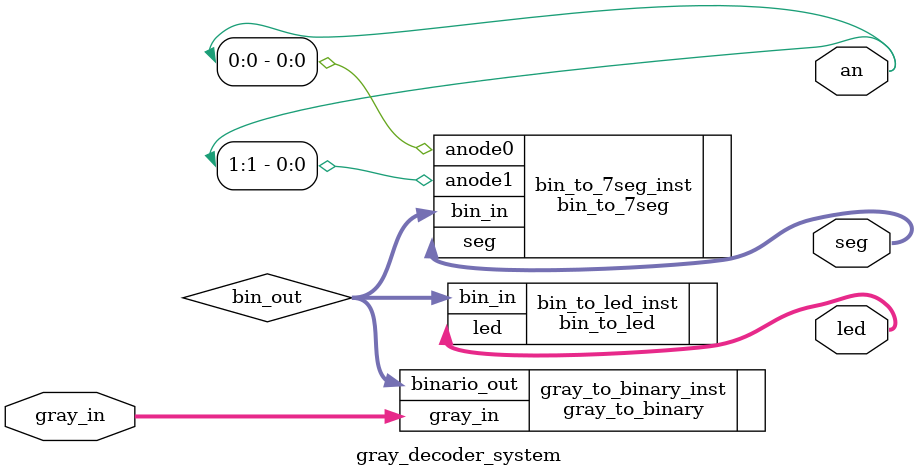
<source format=sv>
/*module gray_decoder_system(
    input logic [3:0] gray_in, // Entrada codigo gray
    output logic [3:0] led, // Salida a los leds de la FPGA
    output logic [6:0] seg // SAlida al 7 segmentos 
);

    //Señal interna para la salida binaria del subsistema 
    logic [3:0] bin_out;

    gray_to_binary gray_to_binary_inst (
        .gray_in(gray_in),
        .binario_out(bin_out)
    );

    bin_to_led bin_to_led_inst (
        .bin_in(bin_out),
        .led(led)
    );

    bin_to_7seg bin_to_7seg_inst(
        .bin_in(bin_out),
        .seg(seg)
    );
endmodule*/

module gray_decoder_system(
    input logic [3:0] gray_in,  // Entrada código Gray
    output logic [3:0] led,     // Salida a los LEDs de la FPGA
    output logic [6:0] seg,     // Salida común a ambos displays
    output logic [1:0] an       // Anodos para seleccionar el display
);

    // Señal interna para la salida binaria del subsistema 
    logic [3:0] bin_out;

    // Instanciar el módulo que convierte Gray a binario
    gray_to_binary gray_to_binary_inst (
        .gray_in(gray_in),
        .binario_out(bin_out)
    );

    // Instanciar el módulo que controla los LEDs
    bin_to_led bin_to_led_inst (
        .bin_in(bin_out),
        .led(led)
    );

    // Instanciar el módulo que controla los displays de 7 segmentos y los ánodos
    bin_to_7seg bin_to_7seg_inst (
        .bin_in(bin_out),
        .seg(seg),
        .anode0(an[0]),  // Conectar anode0 al bit 0 de 'an'
        .anode1(an[1])   // Conectar anode1 al bit 1 de 'an'
    );

endmodule


</source>
